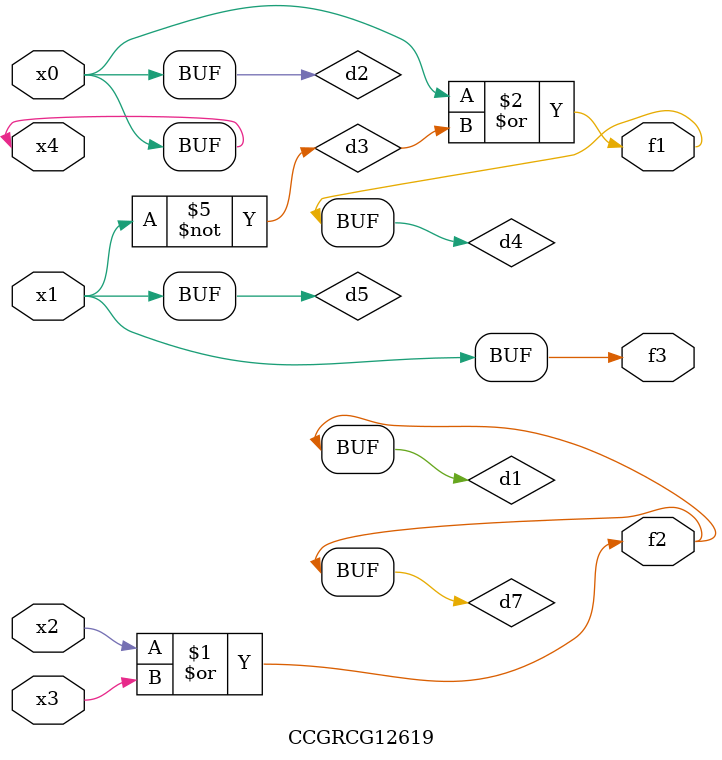
<source format=v>
module CCGRCG12619(
	input x0, x1, x2, x3, x4,
	output f1, f2, f3
);

	wire d1, d2, d3, d4, d5, d6, d7;

	or (d1, x2, x3);
	buf (d2, x0, x4);
	not (d3, x1);
	or (d4, d2, d3);
	not (d5, d3);
	nand (d6, d1, d3);
	or (d7, d1);
	assign f1 = d4;
	assign f2 = d7;
	assign f3 = d5;
endmodule

</source>
